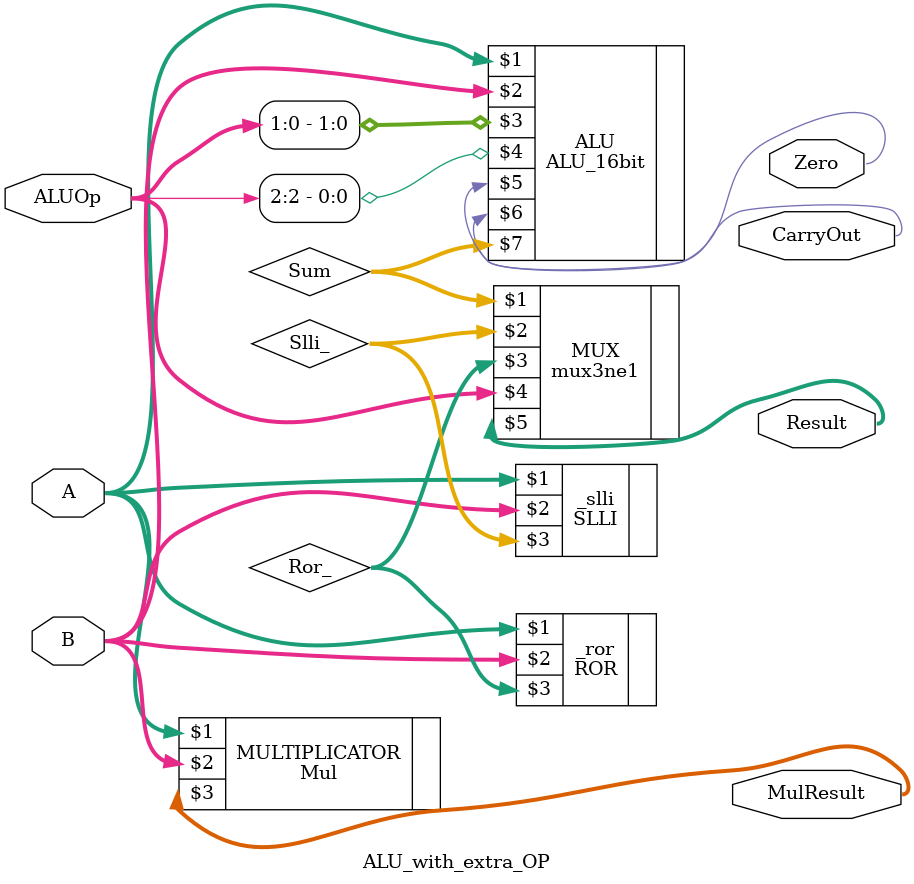
<source format=v>
`timescale 1ns / 1ps


module ALU_with_extra_OP(
    input [15:0] A,
    input [15:0] B,
    input [2:0] ALUOp,
    output Zero,
    output CarryOut,
    output [15:0] Result,
    output [31:0] MulResult
    );
    wire [15:0]Ror_;
    wire [15:0]Slli_;
    wire[15:0] Sum;
Mul MULTIPLICATOR(A,B,MulResult);

ALU_16bit ALU(A,B,ALUOp[1:0],ALUOp[2],Zero,CarryOut,Sum);
ROR _ror(A,B,Ror_);
SLLI _slli(A,B,Slli_);

mux3ne1 MUX(Sum,Slli_,Ror_,ALUOp,Result);
endmodule
</source>
